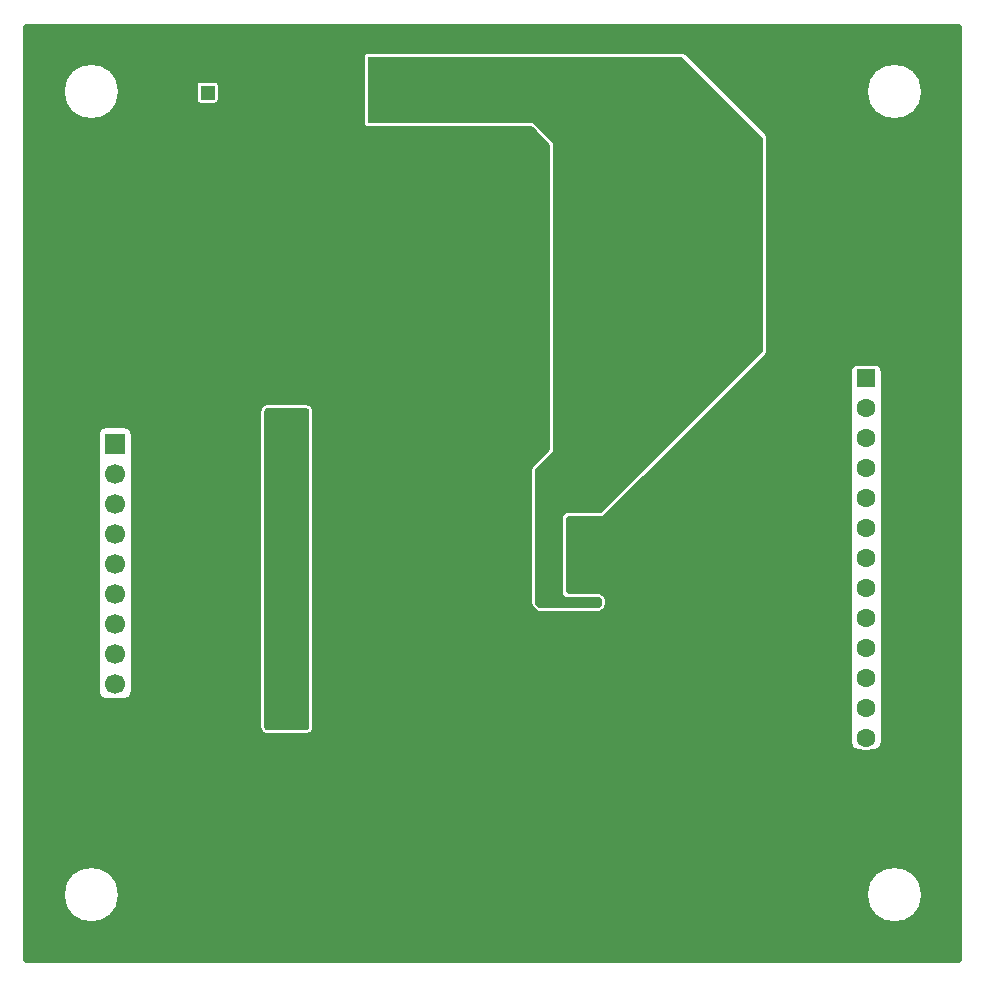
<source format=gbl>
G04 Layer: BottomLayer*
G04 EasyEDA Pro v2.2.24.2, 2024-08-08 11:30:51*
G04 Gerber Generator version 0.3*
G04 Scale: 100 percent, Rotated: No, Reflected: No*
G04 Dimensions in millimeters*
G04 Leading zeros omitted, absolute positions, 3 integers and 5 decimals*
%FSLAX35Y35*%
%MOMM*%
%ADD10C,0.5*%
%ADD11R,1.2X1.2*%
%ADD12C,1.2*%
%ADD13R,1.7X1.7*%
%ADD14C,1.7*%
%ADD15R,1.6X1.6*%
%ADD16C,1.6*%
%ADD17C,0.508*%
%ADD18C,0.28*%
%ADD19C,1.0001*%
%ADD20C,1.0*%
G75*


G04 Copper Start*
G36*
G01X7949346Y7949346D02*
G01X7949346Y50654D01*
G01X50654Y50654D01*
G01X50654Y7949346D01*
G01X7949346Y7949346D01*
G37*
%LPC*%
G36*
G01X850654Y7400000D02*
G03X349346Y7400000I-250654J0D01*
G03X850654Y7400000I250654J0D01*
G37*
G36*
G01X850654Y600000D02*
G03X349346Y600000I-250654J0D01*
G03X850654Y600000I250654J0D01*
G37*
G36*
G01X957964Y2314000D02*
G01X957964Y4500000D01*
G03X882710Y4575254I-75254J0D01*
G01X720000Y4575254D01*
G03X644746Y4500000I0J-75254D01*
G01X644746Y2314000D01*
G03X720000Y2238746I75254J0D01*
G01X882710Y2238746D01*
G03X957964Y2314000I0J75254D01*
G37*
G36*
G01X1645007Y7279427D02*
G03X1695661Y7330081I0J50654D01*
G01X1695661Y7450081D01*
G03X1645007Y7500735I-50654J0D01*
G01X1525007Y7500735D01*
G03X1474353Y7450081I0J-50654D01*
G01X1474353Y7330081D01*
G03X1525007Y7279427I50654J0D01*
G01X1645007Y7279427D01*
G37*
G36*
G01X2497436Y2017012D02*
G01X2497436Y4694603D01*
G03X2421382Y4770657I-76054J0D01*
G01X2090738Y4770657D01*
G03X2014684Y4694603I0J-76054D01*
G01X2014684Y2017012D01*
G03X2090738Y1940958I76054J0D01*
G01X2421382Y1940958D01*
G03X2497436Y2017012I0J76054D01*
G37*
G36*
G01X4920003Y3779349D02*
G03X4955820Y3794185I0J50654D01*
G01X6325821Y5164186D01*
G03X6340657Y5200003I-35818J35818D01*
G01X6340657Y7010004D01*
G03X6325821Y7045822I-50654J0D01*
G01X5640162Y7731481D01*
G03X5604344Y7746317I-35818J-35818D01*
G01X2939640Y7746317D01*
G03X2888986Y7695663I0J-50654D01*
G01X2888986Y7130004D01*
G03X2939640Y7079350I50654J0D01*
G01X4319021Y7079350D01*
G01X4459894Y6938477D01*
G01X4459894Y4374774D01*
G01X4324185Y4239065D01*
G03X4309348Y4203247I35818J-35818D01*
G01X4309348Y3059632D01*
G03X4324185Y3023815I50654J0D01*
G01X4354167Y2993832D01*
G03X4389985Y2978996I35818J35818D01*
G01X4899650Y2978996D01*
G03X4935468Y2993832I0J50654D01*
G01X4955820Y3014184D01*
G03X4970657Y3050002I-35818J35818D01*
G01X4970657Y3100002D01*
G03X4955820Y3135820I-50654J0D01*
G01X4935820Y3155820D01*
G03X4900003Y3170656I-35818J-35818D01*
G01X4641935Y3170656D01*
G01X4641594Y3170997D01*
G01X4641594Y3779349D01*
G01X4920003Y3779349D01*
G37*
G36*
G01X7014750Y5030000D02*
G01X7014750Y1883999D01*
G03X7090004Y1808745I75254J0D01*
G01X7102374Y1808745D01*
G03X7160004Y1795348I57630J117257D01*
G03X7217634Y1808745I0J130654D01*
G01X7232714Y1808745D01*
G03X7307968Y1883999I0J75254D01*
G01X7307968Y5030000D01*
G03X7265846Y5097568I-75254J0D01*
G03X7242754Y5104581I-25842J-43566D01*
G03X7232714Y5105254I-10039J-74581D01*
G01X7090004Y5105254D01*
G03X7080536Y5104656I0J-75254D01*
G01X7080004Y5104656D01*
G03X7043681Y5089307I0J-50654D01*
G03X7014750Y5030000I46323J-59307D01*
G37*
G36*
G01X7650654Y600000D02*
G03X7149346Y600000I-250654J0D01*
G03X7650654Y600000I250654J0D01*
G37*
G36*
G01X7650654Y7400000D02*
G03X7149346Y7400000I-250654J0D01*
G03X7650654Y7400000I250654J0D01*
G37*
%LPD*%
G54D10*
G01X7949346Y7949346D02*
G01X7949346Y50654D01*
G01X50654Y50654D01*
G01X50654Y7949346D01*
G01X7949346Y7949346D01*
G01X850654Y7400000D02*
G03X349346Y7400000I-250654J0D01*
G03X850654Y7400000I250654J0D01*
G01X850654Y600000D02*
G03X349346Y600000I-250654J0D01*
G03X850654Y600000I250654J0D01*
G01X957964Y2314000D02*
G01X957964Y4500000D01*
G03X882710Y4575254I-75254J0D01*
G01X720000Y4575254D01*
G03X644746Y4500000I0J-75254D01*
G01X644746Y2314000D01*
G03X720000Y2238746I75254J0D01*
G01X882710Y2238746D01*
G03X957964Y2314000I0J75254D01*
G01X1645007Y7279427D02*
G03X1695661Y7330081I0J50654D01*
G01X1695661Y7450081D01*
G03X1645007Y7500735I-50654J0D01*
G01X1525007Y7500735D01*
G03X1474353Y7450081I0J-50654D01*
G01X1474353Y7330081D01*
G03X1525007Y7279427I50654J0D01*
G01X1645007Y7279427D01*
G01X2497436Y2017012D02*
G01X2497436Y4694603D01*
G03X2421382Y4770657I-76054J0D01*
G01X2090738Y4770657D01*
G03X2014684Y4694603I0J-76054D01*
G01X2014684Y2017012D01*
G03X2090738Y1940958I76054J0D01*
G01X2421382Y1940958D01*
G03X2497436Y2017012I0J76054D01*
G01X4920003Y3779349D02*
G03X4955820Y3794185I0J50654D01*
G01X6325821Y5164186D01*
G03X6340657Y5200003I-35818J35818D01*
G01X6340657Y7010004D01*
G03X6325821Y7045822I-50654J0D01*
G01X5640162Y7731481D01*
G03X5604344Y7746317I-35818J-35818D01*
G01X2939640Y7746317D01*
G03X2888986Y7695663I0J-50654D01*
G01X2888986Y7130004D01*
G03X2939640Y7079350I50654J0D01*
G01X4319021Y7079350D01*
G01X4459894Y6938477D01*
G01X4459894Y4374774D01*
G01X4324185Y4239065D01*
G03X4309348Y4203247I35818J-35818D01*
G01X4309348Y3059632D01*
G03X4324185Y3023815I50654J0D01*
G01X4354167Y2993832D01*
G03X4389985Y2978996I35818J35818D01*
G01X4899650Y2978996D01*
G03X4935468Y2993832I0J50654D01*
G01X4955820Y3014184D01*
G03X4970657Y3050002I-35818J35818D01*
G01X4970657Y3100002D01*
G03X4955820Y3135820I-50654J0D01*
G01X4935820Y3155820D01*
G03X4900003Y3170656I-35818J-35818D01*
G01X4641935Y3170656D01*
G01X4641594Y3170997D01*
G01X4641594Y3779349D01*
G01X4920003Y3779349D01*
G01X7014750Y5030000D02*
G01X7014750Y1883999D01*
G03X7090004Y1808745I75254J0D01*
G01X7102374Y1808745D01*
G03X7160004Y1795348I57630J117257D01*
G03X7217634Y1808745I0J130654D01*
G01X7232714Y1808745D01*
G03X7307968Y1883999I0J75254D01*
G01X7307968Y5030000D01*
G03X7265846Y5097568I-75254J0D01*
G03X7242754Y5104581I-25842J-43566D01*
G03X7232714Y5105254I-10039J-74581D01*
G01X7090004Y5105254D01*
G03X7080536Y5104656I0J-75254D01*
G01X7080004Y5104656D01*
G03X7043681Y5089307I0J-50654D01*
G03X7014750Y5030000I46323J-59307D01*
G01X7650654Y600000D02*
G03X7149346Y600000I-250654J0D01*
G03X7650654Y600000I250654J0D01*
G01X7650654Y7400000D02*
G03X7149346Y7400000I-250654J0D01*
G03X7650654Y7400000I250654J0D01*
G04 Copper End*

G04 PolygonModel Start*
G36*
G01X2939640Y7695663D02*
G01X2939640Y7130004D01*
G01X4340002Y7130004D01*
G01X4510548Y6959459D01*
G01X4510548Y4353793D01*
G01X4360002Y4203247D01*
G01X4360002Y3059632D01*
G01X4389985Y3029650D01*
G01X4899650Y3029650D01*
G01X4920003Y3050002D01*
G01X4920003Y3100002D01*
G01X4900003Y3120002D01*
G01X4620954Y3120002D01*
G01X4590940Y3150016D01*
G01X4590940Y3800940D01*
G01X4620002Y3830003D01*
G01X4920003Y3830003D01*
G01X6290003Y5200003D01*
G01X6290003Y7010004D01*
G01X5604344Y7695663D01*
G01X2939640Y7695663D01*
G37*

G04 Rect Start*
G36*
G01X2065338Y2017012D02*
G01X2065338Y4694603D01*
G02X2090738Y4720003I25400J0D01*
G01X2421382Y4720003D01*
G02X2446782Y4694603I0J-25400D01*
G01X2446782Y2017012D01*
G02X2421382Y1991612I-25400J0D01*
G01X2090738Y1991612D01*
G02X2065338Y2017012I0J25400D01*
G37*
G04 Rect End*

G04 Pad Start*
G54D11*
G01X1585007Y7390081D03*
G54D12*
G01X1434995Y7389928D03*
G54D13*
G01X800000Y4416002D03*
G54D14*
G01X800000Y4162002D03*
G01X800000Y3908002D03*
G01X800000Y3654002D03*
G01X800000Y3400002D03*
G01X800000Y3146002D03*
G01X800000Y2892002D03*
G01X800000Y2638002D03*
G01X800000Y2384002D03*
G54D15*
G01X7160004Y4974002D03*
G54D16*
G01X7160004Y4720002D03*
G01X7160004Y4466002D03*
G01X7160004Y4212002D03*
G01X7160004Y3958002D03*
G01X7160004Y3704002D03*
G01X7160004Y3450002D03*
G01X7160004Y3196002D03*
G01X7160004Y2942002D03*
G01X7160004Y2688002D03*
G01X7160004Y2434002D03*
G01X7160004Y2180002D03*
G01X7160004Y1926002D03*
G04 Pad End*

G04 Via Start*
G54D17*
G01X3600002Y2500002D03*
G01X3700569Y2590000D03*
G01X4610002Y2920019D03*
G01X3950005Y2421483D03*
G01X4340002Y2280002D03*
G01X4452311Y2359999D03*
G01X4350002Y2590002D03*
G01X4260005Y2680000D03*
G01X4750003Y2276804D03*
G01X4625307Y2359999D03*
G01X4874305Y2359999D03*
G01X4540002Y2270002D03*
G01X4750003Y2040002D03*
G01X4870003Y2160744D03*
G01X4630002Y2160744D03*
G01X5050005Y2359999D03*
G01X4960003Y2280002D03*
G01X4860003Y3070002D03*
G01X4440002Y4460003D03*
G01X2150001Y2270002D03*
G01X2369997Y2270002D03*
G01X2150004Y2600000D03*
G01X2369999Y2600000D03*
G01X2150004Y2930000D03*
G01X2369999Y2930000D03*
G01X2150004Y3260000D03*
G01X2369999Y3260000D03*
G01X2150004Y3590000D03*
G01X2369999Y3590000D03*
G01X2150004Y3920000D03*
G01X2369999Y3920000D03*
G01X2150004Y4250000D03*
G01X2369999Y4250000D03*
G01X2150004Y4580000D03*
G01X2369999Y4580000D03*
G01X4868008Y4100008D03*
G01X4586643Y4030001D03*
G01X4620002Y4480000D03*
G01X2744269Y5935737D03*
G01X2836478Y5844690D03*
G01X3208509Y5844690D03*
G01X3313596Y5813598D03*
G01X3200002Y5970004D03*
G01X2733599Y6660006D03*
G01X2820001Y6564692D03*
G01X2783588Y6463501D03*
G01X1980001Y6510004D03*
G01X1770001Y6510004D03*
G01X2095235Y6622260D03*
G01X1657745Y6625238D03*
G01X3970002Y4710003D03*
G01X4070002Y4810003D03*
G01X4015229Y4304779D03*
G01X4964269Y5935731D03*
G01X5056479Y5844684D03*
G01X5428510Y5844684D03*
G01X5533597Y5813592D03*
G01X5420003Y5969998D03*
G01X4953599Y6660000D03*
G01X5040002Y6564686D03*
G01X5003589Y6463495D03*
G01X5247418Y5844684D03*
G01X2260001Y2181262D03*
G01X2158744Y2080004D03*
G01X3920002Y3860002D03*
G01X1525889Y7570575D03*
G01X1430001Y7120004D03*
G01X4570003Y4270005D03*
G01X4734545Y4030001D03*
G01X1880001Y6510004D03*
G01X3178516Y7410004D03*
G01X3180002Y7570005D03*
G01X3177030Y7250004D03*
G01X3942157Y7570005D03*
G01X3940671Y7410004D03*
G01X3939185Y7250004D03*
G01X4704312Y7570005D03*
G01X4702826Y7410004D03*
G01X4701340Y7250004D03*
G01X5466467Y7570005D03*
G01X5464981Y7410004D03*
G01X5463495Y7250004D03*
G01X6103644Y6890004D03*
G01X6102158Y6730004D03*
G01X6100672Y6570004D03*
G01X5053643Y7030004D03*
G01X5052157Y6870004D03*
G01X5050671Y6710004D03*
G01X4643643Y6670004D03*
G01X4642157Y6510004D03*
G01X4640671Y6350004D03*
G01X4643643Y5790004D03*
G01X4642157Y5630003D03*
G01X4640671Y5470004D03*
G01X4629612Y5042303D03*
G01X4628126Y4882303D03*
G01X4626640Y4722303D03*
G01X4988643Y5042303D03*
G01X4987157Y4882303D03*
G01X4985672Y4722303D03*
G01X5875100Y6004684D03*
G01X5873614Y5844684D03*
G01X5872128Y5684684D03*
G01X5652574Y5558238D03*
G01X5651088Y5398238D03*
G01X5649602Y5238237D03*
G01X5153643Y5560004D03*
G01X5152157Y5400003D03*
G01X5150671Y5240003D03*
G01X6209294Y6076944D03*
G01X6207808Y5916944D03*
G01X6206322Y5756944D03*
G01X6201980Y5522657D03*
G01X6200494Y5362657D03*
G01X6199009Y5202656D03*
G01X5217813Y4579441D03*
G01X5216327Y4419442D03*
G01X5214841Y4259441D03*
G01X5483643Y5010003D03*
G01X5482157Y4850003D03*
G01X5480672Y4690003D03*
G01X5793643Y5010003D03*
G01X5792158Y4850003D03*
G01X4463643Y3830003D03*
G01X4462157Y3670003D03*
G01X4460671Y3510002D03*
G01X4462157Y3370002D03*
G01X4460671Y3210002D03*
G01X4760003Y2920002D03*
G01X5820003Y4560003D03*
G01X2630001Y4800003D03*
G01X3210002Y4140002D03*
G01X3780002Y3840002D03*
G01X4321488Y6670004D03*
G01X3871488Y6670004D03*
G01X3141487Y6710004D03*
G01X3140002Y6550004D03*
G01X3138516Y6390004D03*
G01X3137030Y6230004D03*
G01X3135544Y6070004D03*
G01X3029487Y5844690D03*
G01X4321488Y6200004D03*
G01X3870002Y6200004D03*
G01X4100002Y5810004D03*
G01X4100002Y5460004D03*
G01X4100002Y5040003D03*
G01X3960002Y4600003D03*
G01X1280001Y6650004D03*
G01X2260001Y6160004D03*
G01X2420001Y6640003D03*
G01X1810001Y5700003D03*
G01X1808515Y5180003D03*
G01X2260001Y5180003D03*
G01X2250001Y5700003D03*
G01X3190002Y5390003D03*
G01X3188516Y4920003D03*
G01X3640002Y4920003D03*
G01X3640002Y5390003D03*
G01X3090002Y4440003D03*
G01X3540002Y4440003D03*
G01X3590002Y4040003D03*
G01X1320001Y5710004D03*
G01X1320001Y6180004D03*
G01X1320001Y5200003D03*
G01X720000Y6230004D03*
G01X718514Y5760004D03*
G01X720000Y5250003D03*
G01X718514Y4780003D03*
G01X190000Y7250005D03*
G01X190000Y7720005D03*
G01X190000Y6270004D03*
G01X190000Y6740004D03*
G01X200000Y5280003D03*
G01X200000Y5750004D03*
G01X200000Y4300003D03*
G01X200000Y4770003D03*
G01X190000Y3310002D03*
G01X190000Y3780003D03*
G01X190000Y2330002D03*
G01X190000Y2800002D03*
G01X190000Y1300001D03*
G01X190000Y1770002D03*
G01X190000Y320001D03*
G01X190000Y790001D03*
G01X7730004Y7250004D03*
G01X7690004Y6270004D03*
G01X7690004Y6740004D03*
G01X7700004Y5280003D03*
G01X7700004Y5750004D03*
G01X7700004Y4300003D03*
G01X7700004Y4770003D03*
G01X7690004Y3310002D03*
G01X7690004Y3780003D03*
G01X7690004Y2330002D03*
G01X7690004Y2800002D03*
G01X7690004Y1300001D03*
G01X7690004Y1770002D03*
G01X7720004Y250000D03*
G01X7690004Y830000D03*
G01X650000Y210000D03*
G01X1620001Y240001D03*
G01X1150000Y240001D03*
G01X2610001Y250001D03*
G01X2140001Y250001D03*
G01X3590002Y250001D03*
G01X3120002Y250001D03*
G01X4580003Y240001D03*
G01X4110002Y240001D03*
G01X5560003Y240001D03*
G01X5090003Y240001D03*
G01X6590004Y240001D03*
G01X6120003Y240001D03*
G01X7100004Y240001D03*
G01X1040000Y7850005D03*
G01X570000Y7850005D03*
G01X2020001Y7850005D03*
G01X1550001Y7850005D03*
G01X3010002Y7860005D03*
G01X2540001Y7860005D03*
G01X3990002Y7860005D03*
G01X3520002Y7860005D03*
G01X4980003Y7850005D03*
G01X4510002Y7850005D03*
G01X5960003Y7850005D03*
G01X5490003Y7850005D03*
G01X6990004Y7850005D03*
G01X6520003Y7850005D03*
G01X715000Y1025001D03*
G01X1695001Y1025001D03*
G01X1225001Y1025001D03*
G01X2685001Y1035001D03*
G01X2215001Y1035001D03*
G01X3665002Y1035001D03*
G01X3195002Y1035001D03*
G01X4655003Y1025001D03*
G01X4185002Y1025001D03*
G01X5635003Y1025001D03*
G01X5165003Y1025001D03*
G01X6665004Y1025001D03*
G01X6195003Y1025001D03*
G01X7175004Y1025001D03*
G01X685000Y1645001D03*
G01X1665001Y1645001D03*
G01X1195001Y1645001D03*
G01X2655002Y1655002D03*
G01X2185001Y1655002D03*
G01X3635002Y1655002D03*
G01X3165002Y1655002D03*
G01X4625002Y1645001D03*
G01X4155002Y1645001D03*
G01X5605003Y1645001D03*
G01X5135003Y1645001D03*
G01X6635003Y1645001D03*
G01X6165003Y1645001D03*
G01X7145004Y1645001D03*
G01X7770004Y7840004D03*
G01X7255004Y6300004D03*
G01X7255004Y6770004D03*
G01X7265004Y5310003D03*
G01X7265004Y5780004D03*
G01X6765004Y7320004D03*
G01X6765004Y6340004D03*
G01X6765004Y6810004D03*
G01X6775004Y5350004D03*
G01X6775004Y5820004D03*
G01X6255003Y7520005D03*
G01X3445002Y2830002D03*
G01X3055002Y2460002D03*
G01X2655002Y2020002D03*
G01X3455002Y2090002D03*
G01X4135002Y2090002D03*
G01X5625003Y2090002D03*
G01X5015003Y2900002D03*
G01X5165003Y2660002D03*
G01X5275003Y2350002D03*
G01X6195003Y4770003D03*
G01X6475004Y5080003D03*
G01X6225003Y2120002D03*
G01X4169986Y3110002D03*
G01X4222380Y3292379D03*
G01X4420002Y4840003D03*
G01X4420002Y5280003D03*
G01X4420002Y5730004D03*
G01X2020001Y7000004D03*
G01X2710001Y7000004D03*
G01X3370002Y7000004D03*
G01X4030002Y7000004D03*
G01X830000Y6880004D03*
G01X1160001Y7390004D03*
G01X1170001Y7170004D03*
G01X1170001Y7640004D03*
G01X4970273Y4235721D03*
G01X4090002Y3870004D03*
G01X4090002Y3660004D03*
G01X4069986Y4250024D03*
G01X5361488Y6710004D03*
G01X5360002Y6550004D03*
G01X5358516Y6390004D03*
G01X5355545Y6070004D03*
G01X5357030Y6230004D03*
G01X3350002Y6710004D03*
G01X2900002Y6710004D03*
G01X3570002Y6670004D03*
G01X3560002Y6500004D03*
G01X3550002Y6370004D03*
G01X3620002Y6210003D03*
G01X3620002Y5980003D03*
G01X5550003Y6720004D03*
G01X5760003Y6660004D03*
G01X5760003Y6500004D03*
G01X5750003Y6340003D03*
G01X5850003Y6200003D03*
G01X6050003Y6150003D03*
G04 Via End*

G04 Track Start*
G54D18*
G01X2150001Y2270002D02*
G01X2150001Y2600000D01*
G01X2150001Y2930000D01*
G01X2150001Y3260000D01*
G01X2150001Y3590000D01*
G01X2150001Y3920000D01*
G01X2150001Y4250000D01*
G01X2150001Y4579998D01*
G01X2369999Y4580000D02*
G01X2369999Y4250000D01*
G01X2369999Y3920000D01*
G01X2369999Y3590000D01*
G01X2369999Y3260000D01*
G01X2369999Y2930000D01*
G01X2369999Y2600000D01*
G01X2369999Y2270004D01*
G01X4953599Y6660000D02*
G01X5040002Y6573597D01*
G01X5040002Y6564686D01*
G01X5040002Y6499909D01*
G01X5003589Y6463495D01*
G01X4964269Y6424175D01*
G01X4964269Y5935731D01*
G01X5055316Y5844684D01*
G01X5056479Y5844684D01*
G01X5247418Y5844684D01*
G01X5428510Y5844684D01*
G01X5459602Y5813592D01*
G01X5533597Y5813592D01*
G01X5420003Y5969998D02*
G01X5428510Y5961490D01*
G01X5428510Y5844684D01*
G01X5056479Y5844684D02*
G01X5056479Y4480000D01*
G01X4620002Y4480000D01*
G01X5056479Y4480000D02*
G01X5056479Y4288478D01*
G01X4868008Y4100008D01*
G01X4798002Y4030001D01*
G01X4586643Y4030001D02*
G01X4534270Y3977628D01*
G01X4617560Y3070002D02*
G01X4860003Y3070002D01*
G01X4534270Y3153292D02*
G01X4617560Y3070002D01*
G01X4798002Y4030001D02*
G01X4734545Y4030001D01*
G01X4586643Y4030001D01*
G54D20*
G01X1434995Y7389928D02*
G01X1434995Y7547520D01*
G01X1436484Y7549010D01*
G01X1434995Y7389928D02*
G01X1267509Y7389928D01*
G01X1266020Y7391418D01*
G01X1434995Y7389928D02*
G01X1434995Y7232696D01*
G01X1433505Y7231207D01*
G01X1434995Y7389928D02*
G01X1277763Y7232696D01*
G01X1264531Y7232696D01*
G01X1434995Y7389928D02*
G01X1274424Y7550499D01*
G01X1267509Y7550499D01*
G54D18*
G01X4534270Y3977628D02*
G01X4534270Y3153292D01*
G04 Track End*

M02*


</source>
